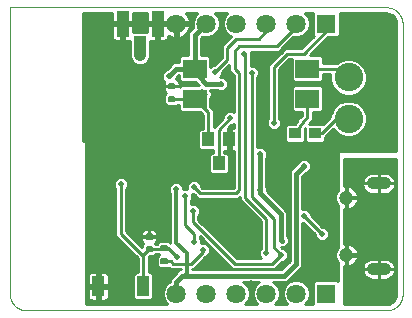
<source format=gbl>
G75*
%MOIN*%
%OFA0B0*%
%FSLAX25Y25*%
%IPPOS*%
%LPD*%
%AMOC8*
5,1,8,0,0,1.08239X$1,22.5*
%
%ADD10C,0.00100*%
%ADD11R,0.07874X0.06299*%
%ADD12R,0.04000X0.03800*%
%ADD13C,0.00591*%
%ADD14C,0.09500*%
%ADD15R,0.04000X0.04500*%
%ADD16C,0.00661*%
%ADD17R,0.04134X0.08661*%
%ADD18R,0.03937X0.04134*%
%ADD19C,0.04000*%
%ADD20C,0.04724*%
%ADD21R,0.03937X0.06693*%
%ADD22R,0.06425X0.06425*%
%ADD23C,0.06425*%
%ADD24C,0.01000*%
%ADD25C,0.02400*%
%ADD26C,0.02000*%
%ADD27C,0.01600*%
%ADD28C,0.01200*%
%ADD29C,0.04000*%
%ADD30C,0.03937*%
D10*
X0090095Y0095933D02*
X0210345Y0095933D01*
X0210490Y0095939D01*
X0210636Y0095948D01*
X0210781Y0095961D01*
X0210925Y0095978D01*
X0211069Y0096000D01*
X0211213Y0096024D01*
X0211356Y0096053D01*
X0211497Y0096086D01*
X0211638Y0096122D01*
X0211778Y0096163D01*
X0211917Y0096207D01*
X0212055Y0096255D01*
X0212191Y0096306D01*
X0212325Y0096361D01*
X0212459Y0096420D01*
X0212590Y0096483D01*
X0212720Y0096549D01*
X0212848Y0096618D01*
X0212974Y0096691D01*
X0213098Y0096767D01*
X0213220Y0096847D01*
X0213340Y0096930D01*
X0213457Y0097016D01*
X0213572Y0097105D01*
X0213685Y0097197D01*
X0213795Y0097293D01*
X0213902Y0097391D01*
X0214007Y0097492D01*
X0214109Y0097596D01*
X0214208Y0097703D01*
X0214304Y0097812D01*
X0214397Y0097924D01*
X0214487Y0098038D01*
X0214574Y0098155D01*
X0214658Y0098274D01*
X0214739Y0098395D01*
X0214816Y0098519D01*
X0214890Y0098644D01*
X0214960Y0098772D01*
X0215027Y0098901D01*
X0215090Y0099032D01*
X0215150Y0099165D01*
X0215207Y0099299D01*
X0215259Y0099435D01*
X0215308Y0099572D01*
X0215353Y0099710D01*
X0215394Y0099850D01*
X0215432Y0099991D01*
X0215466Y0100132D01*
X0215496Y0100275D01*
X0215522Y0100418D01*
X0215544Y0100562D01*
X0215562Y0100706D01*
X0215577Y0100851D01*
X0215587Y0100996D01*
X0215593Y0101142D01*
X0215596Y0101287D01*
X0215595Y0101433D01*
X0215595Y0191433D01*
X0215596Y0191434D02*
X0215592Y0191582D01*
X0215584Y0191729D01*
X0215573Y0191877D01*
X0215557Y0192024D01*
X0215538Y0192171D01*
X0215515Y0192318D01*
X0215488Y0192463D01*
X0215457Y0192608D01*
X0215422Y0192752D01*
X0215383Y0192895D01*
X0215341Y0193037D01*
X0215295Y0193177D01*
X0215245Y0193317D01*
X0215191Y0193455D01*
X0215134Y0193591D01*
X0215073Y0193726D01*
X0215008Y0193860D01*
X0214940Y0193991D01*
X0214869Y0194121D01*
X0214794Y0194249D01*
X0214715Y0194375D01*
X0214634Y0194498D01*
X0214549Y0194619D01*
X0214461Y0194739D01*
X0214370Y0194855D01*
X0214275Y0194969D01*
X0214178Y0195081D01*
X0214078Y0195190D01*
X0213975Y0195296D01*
X0213869Y0195400D01*
X0213760Y0195501D01*
X0213649Y0195598D01*
X0213535Y0195693D01*
X0213419Y0195785D01*
X0213300Y0195873D01*
X0213179Y0195959D01*
X0213056Y0196041D01*
X0212931Y0196120D01*
X0212803Y0196195D01*
X0212674Y0196267D01*
X0212542Y0196336D01*
X0212409Y0196401D01*
X0212275Y0196462D01*
X0212138Y0196520D01*
X0212000Y0196574D01*
X0211861Y0196625D01*
X0211721Y0196672D01*
X0211579Y0196715D01*
X0211436Y0196754D01*
X0211292Y0196790D01*
X0211148Y0196821D01*
X0211002Y0196849D01*
X0210856Y0196873D01*
X0210709Y0196893D01*
X0210562Y0196909D01*
X0210415Y0196921D01*
X0210267Y0196929D01*
X0210119Y0196933D01*
X0209970Y0196934D01*
X0209970Y0196933D02*
X0084720Y0196933D01*
X0084720Y0101183D01*
X0084724Y0101040D01*
X0084732Y0100896D01*
X0084743Y0100753D01*
X0084758Y0100609D01*
X0084777Y0100467D01*
X0084800Y0100325D01*
X0084827Y0100183D01*
X0084858Y0100043D01*
X0084892Y0099903D01*
X0084931Y0099764D01*
X0084973Y0099627D01*
X0085018Y0099490D01*
X0085068Y0099355D01*
X0085121Y0099222D01*
X0085177Y0099089D01*
X0085238Y0098959D01*
X0085301Y0098830D01*
X0085369Y0098702D01*
X0085439Y0098577D01*
X0085513Y0098453D01*
X0085590Y0098332D01*
X0085671Y0098213D01*
X0085755Y0098096D01*
X0085841Y0097981D01*
X0085931Y0097869D01*
X0086024Y0097759D01*
X0086120Y0097652D01*
X0086219Y0097547D01*
X0086321Y0097445D01*
X0086425Y0097346D01*
X0086532Y0097250D01*
X0086641Y0097156D01*
X0086753Y0097066D01*
X0086868Y0096979D01*
X0086984Y0096895D01*
X0087103Y0096814D01*
X0087224Y0096736D01*
X0087348Y0096662D01*
X0087473Y0096591D01*
X0087600Y0096523D01*
X0087729Y0096459D01*
X0087859Y0096398D01*
X0087991Y0096341D01*
X0088125Y0096288D01*
X0088260Y0096238D01*
X0088396Y0096192D01*
X0088533Y0096149D01*
X0088672Y0096110D01*
X0088812Y0096075D01*
X0088952Y0096044D01*
X0089093Y0096017D01*
X0089235Y0095993D01*
X0089378Y0095974D01*
X0089521Y0095958D01*
X0089664Y0095946D01*
X0089808Y0095938D01*
X0089952Y0095934D01*
X0090096Y0095933D01*
D11*
X0146316Y0166433D03*
X0146316Y0176433D03*
X0183875Y0176433D03*
X0183875Y0166433D03*
D12*
X0186442Y0154933D03*
X0179749Y0154933D03*
D13*
X0137709Y0165579D02*
X0137709Y0166957D01*
X0139481Y0166957D01*
X0139481Y0165579D01*
X0137709Y0165579D01*
X0137709Y0166169D02*
X0139481Y0166169D01*
X0139481Y0166759D02*
X0137709Y0166759D01*
X0137709Y0169909D02*
X0137709Y0171287D01*
X0139481Y0171287D01*
X0139481Y0169909D01*
X0137709Y0169909D01*
X0137709Y0170499D02*
X0139481Y0170499D01*
X0139481Y0171089D02*
X0137709Y0171089D01*
X0135209Y0117287D02*
X0135209Y0115909D01*
X0135209Y0117287D02*
X0136981Y0117287D01*
X0136981Y0115909D01*
X0135209Y0115909D01*
X0135209Y0116499D02*
X0136981Y0116499D01*
X0136981Y0117089D02*
X0135209Y0117089D01*
X0135209Y0112957D02*
X0135209Y0111579D01*
X0135209Y0112957D02*
X0136981Y0112957D01*
X0136981Y0111579D01*
X0135209Y0111579D01*
X0135209Y0112169D02*
X0136981Y0112169D01*
X0136981Y0112759D02*
X0135209Y0112759D01*
D14*
X0197595Y0159740D03*
X0197595Y0173520D03*
D15*
X0157845Y0152933D03*
X0150845Y0152933D03*
X0154345Y0144933D03*
D16*
X0131946Y0121270D02*
X0131946Y0119726D01*
X0130244Y0119726D01*
X0130244Y0121270D01*
X0131946Y0121270D01*
X0131946Y0120386D02*
X0130244Y0120386D01*
X0130244Y0121046D02*
X0131946Y0121046D01*
X0131946Y0117155D02*
X0131946Y0115611D01*
X0130244Y0115611D01*
X0130244Y0117155D01*
X0131946Y0117155D01*
X0131946Y0116271D02*
X0130244Y0116271D01*
X0130244Y0116931D02*
X0131946Y0116931D01*
D17*
X0133902Y0191433D03*
X0122288Y0191433D03*
D18*
X0128095Y0185429D03*
D19*
X0205595Y0138205D02*
X0209595Y0138205D01*
X0209595Y0109661D02*
X0205595Y0109661D01*
D20*
X0196847Y0114386D03*
X0196847Y0133480D03*
D21*
X0129075Y0103933D03*
X0114115Y0103933D03*
D22*
X0190095Y0101433D03*
X0190095Y0191433D03*
D23*
X0180095Y0191433D03*
X0170095Y0191433D03*
X0160095Y0191433D03*
X0150095Y0191433D03*
X0140095Y0191433D03*
X0140095Y0101433D03*
X0150095Y0101433D03*
X0160095Y0101433D03*
X0170095Y0101433D03*
X0180095Y0101433D03*
D24*
X0175854Y0099879D02*
X0174336Y0099879D01*
X0174608Y0100535D02*
X0173921Y0098877D01*
X0173027Y0097983D01*
X0177163Y0097983D01*
X0176270Y0098877D01*
X0175583Y0100535D01*
X0175583Y0102331D01*
X0176270Y0103989D01*
X0177539Y0105259D01*
X0179198Y0105946D01*
X0180993Y0105946D01*
X0182651Y0105259D01*
X0183921Y0103989D01*
X0184608Y0102331D01*
X0184608Y0100535D01*
X0183921Y0098877D01*
X0183027Y0097983D01*
X0185583Y0097983D01*
X0185583Y0105184D01*
X0186344Y0105946D01*
X0193846Y0105946D01*
X0194095Y0105697D01*
X0194095Y0111959D01*
X0193742Y0112311D01*
X0193185Y0113657D01*
X0193185Y0115114D01*
X0193742Y0116460D01*
X0194095Y0116813D01*
X0194095Y0131053D01*
X0193742Y0131406D01*
X0193185Y0132752D01*
X0193185Y0134209D01*
X0193742Y0135555D01*
X0194095Y0135907D01*
X0194095Y0148933D01*
X0213545Y0148933D01*
X0213545Y0191411D01*
X0213470Y0192095D01*
X0212931Y0193355D01*
X0211951Y0194313D01*
X0210679Y0194823D01*
X0209995Y0194883D01*
X0209981Y0194883D01*
X0209144Y0194874D01*
X0209134Y0194883D01*
X0194608Y0194883D01*
X0194608Y0187682D01*
X0193846Y0186920D01*
X0190628Y0186920D01*
X0184590Y0180883D01*
X0188350Y0180883D01*
X0189112Y0180121D01*
X0189112Y0178233D01*
X0193753Y0178233D01*
X0194168Y0178649D01*
X0196392Y0179570D01*
X0198799Y0179570D01*
X0201022Y0178649D01*
X0202724Y0176947D01*
X0203645Y0174723D01*
X0203645Y0172316D01*
X0202724Y0170093D01*
X0201022Y0168391D01*
X0198799Y0167470D01*
X0196392Y0167470D01*
X0194168Y0168391D01*
X0192466Y0170093D01*
X0191545Y0172316D01*
X0191545Y0174633D01*
X0189112Y0174633D01*
X0189112Y0172745D01*
X0188350Y0171983D01*
X0179399Y0171983D01*
X0178638Y0172745D01*
X0178638Y0179633D01*
X0177841Y0179633D01*
X0174395Y0176187D01*
X0174395Y0159886D01*
X0174895Y0159386D01*
X0174895Y0157480D01*
X0173548Y0156133D01*
X0171642Y0156133D01*
X0170295Y0157480D01*
X0170295Y0159386D01*
X0170795Y0159886D01*
X0170795Y0177679D01*
X0175295Y0182179D01*
X0176350Y0183233D01*
X0181850Y0183233D01*
X0185941Y0187324D01*
X0185583Y0187682D01*
X0185583Y0194883D01*
X0183027Y0194883D01*
X0183921Y0193989D01*
X0184608Y0192331D01*
X0184608Y0190535D01*
X0183921Y0188877D01*
X0182651Y0187607D01*
X0180993Y0186920D01*
X0179198Y0186920D01*
X0179148Y0186941D01*
X0175395Y0183187D01*
X0175395Y0183187D01*
X0174341Y0182133D01*
X0164895Y0182133D01*
X0164895Y0177483D01*
X0166298Y0177483D01*
X0167645Y0176136D01*
X0167645Y0174230D01*
X0167145Y0173730D01*
X0167145Y0150233D01*
X0169048Y0150233D01*
X0170395Y0148886D01*
X0170395Y0146980D01*
X0170195Y0146780D01*
X0170195Y0137086D01*
X0170395Y0136886D01*
X0170395Y0135603D01*
X0177195Y0128803D01*
X0177195Y0120586D01*
X0177645Y0120136D01*
X0177645Y0118230D01*
X0176298Y0116883D01*
X0175191Y0116883D01*
X0175341Y0116733D01*
X0176048Y0116733D01*
X0177395Y0115386D01*
X0177395Y0113480D01*
X0176048Y0112133D01*
X0175341Y0112133D01*
X0172841Y0109633D01*
X0158850Y0109633D01*
X0157795Y0110687D01*
X0147895Y0120587D01*
X0147895Y0120136D01*
X0148395Y0119636D01*
X0148395Y0118233D01*
X0150048Y0118233D01*
X0151395Y0116886D01*
X0151395Y0114980D01*
X0150048Y0113633D01*
X0149841Y0113633D01*
X0146895Y0110687D01*
X0146895Y0110687D01*
X0145841Y0109633D01*
X0145495Y0109633D01*
X0145495Y0109533D01*
X0175225Y0109533D01*
X0177995Y0112303D01*
X0177995Y0142303D01*
X0179225Y0143533D01*
X0179225Y0143533D01*
X0180295Y0144603D01*
X0180295Y0144886D01*
X0181642Y0146233D01*
X0183548Y0146233D01*
X0184895Y0144886D01*
X0184895Y0142980D01*
X0183548Y0141633D01*
X0183265Y0141633D01*
X0182195Y0140563D01*
X0182195Y0129733D01*
X0183548Y0129733D01*
X0184895Y0128386D01*
X0184895Y0127679D01*
X0188841Y0123733D01*
X0189548Y0123733D01*
X0190895Y0122386D01*
X0190895Y0120480D01*
X0189548Y0119133D01*
X0187642Y0119133D01*
X0186295Y0120480D01*
X0186295Y0121187D01*
X0182350Y0125133D01*
X0182195Y0125133D01*
X0182195Y0110563D01*
X0180965Y0109333D01*
X0176965Y0105333D01*
X0172472Y0105333D01*
X0172651Y0105259D01*
X0173921Y0103989D01*
X0174608Y0102331D01*
X0174608Y0100535D01*
X0174608Y0100878D02*
X0175583Y0100878D01*
X0175583Y0101877D02*
X0174608Y0101877D01*
X0174382Y0102875D02*
X0175808Y0102875D01*
X0176222Y0103874D02*
X0173969Y0103874D01*
X0173038Y0104872D02*
X0177152Y0104872D01*
X0177502Y0105871D02*
X0179016Y0105871D01*
X0178501Y0106869D02*
X0194095Y0106869D01*
X0194095Y0105871D02*
X0193921Y0105871D01*
X0194095Y0107868D02*
X0179499Y0107868D01*
X0180498Y0108866D02*
X0194095Y0108866D01*
X0194095Y0109865D02*
X0181497Y0109865D01*
X0182195Y0110863D02*
X0194095Y0110863D01*
X0194095Y0111862D02*
X0182195Y0111862D01*
X0182195Y0112860D02*
X0193515Y0112860D01*
X0193185Y0113859D02*
X0182195Y0113859D01*
X0182195Y0114857D02*
X0193185Y0114857D01*
X0193492Y0115856D02*
X0182195Y0115856D01*
X0182195Y0116854D02*
X0194095Y0116854D01*
X0194095Y0117853D02*
X0182195Y0117853D01*
X0182195Y0118851D02*
X0194095Y0118851D01*
X0194095Y0119850D02*
X0190264Y0119850D01*
X0190895Y0120848D02*
X0194095Y0120848D01*
X0194095Y0121847D02*
X0190895Y0121847D01*
X0190436Y0122845D02*
X0194095Y0122845D01*
X0194095Y0123844D02*
X0188730Y0123844D01*
X0187732Y0124842D02*
X0194095Y0124842D01*
X0194095Y0125841D02*
X0186733Y0125841D01*
X0185734Y0126839D02*
X0194095Y0126839D01*
X0194095Y0127838D02*
X0184895Y0127838D01*
X0184445Y0128836D02*
X0194095Y0128836D01*
X0194095Y0129835D02*
X0182195Y0129835D01*
X0182195Y0130833D02*
X0194095Y0130833D01*
X0193566Y0131832D02*
X0182195Y0131832D01*
X0182195Y0132830D02*
X0193185Y0132830D01*
X0193185Y0133829D02*
X0182195Y0133829D01*
X0182195Y0134827D02*
X0193441Y0134827D01*
X0194014Y0135826D02*
X0182195Y0135826D01*
X0182195Y0136824D02*
X0194095Y0136824D01*
X0194095Y0137823D02*
X0182195Y0137823D01*
X0182195Y0138821D02*
X0194095Y0138821D01*
X0194095Y0139820D02*
X0182195Y0139820D01*
X0182450Y0140818D02*
X0194095Y0140818D01*
X0194095Y0141817D02*
X0183732Y0141817D01*
X0184730Y0142815D02*
X0194095Y0142815D01*
X0194095Y0143814D02*
X0184895Y0143814D01*
X0184895Y0144812D02*
X0194095Y0144812D01*
X0194095Y0145811D02*
X0183970Y0145811D01*
X0181220Y0145811D02*
X0170195Y0145811D01*
X0170195Y0144812D02*
X0180295Y0144812D01*
X0179506Y0143814D02*
X0170195Y0143814D01*
X0170195Y0142815D02*
X0178508Y0142815D01*
X0177995Y0141817D02*
X0170195Y0141817D01*
X0170195Y0140818D02*
X0177995Y0140818D01*
X0177995Y0139820D02*
X0170195Y0139820D01*
X0170195Y0138821D02*
X0177995Y0138821D01*
X0177995Y0137823D02*
X0170195Y0137823D01*
X0170395Y0136824D02*
X0177995Y0136824D01*
X0177995Y0135826D02*
X0170395Y0135826D01*
X0171171Y0134827D02*
X0177995Y0134827D01*
X0177995Y0133829D02*
X0172169Y0133829D01*
X0173168Y0132830D02*
X0177995Y0132830D01*
X0177995Y0131832D02*
X0174166Y0131832D01*
X0175165Y0130833D02*
X0177995Y0130833D01*
X0177995Y0129835D02*
X0176163Y0129835D01*
X0177162Y0128836D02*
X0177995Y0128836D01*
X0177995Y0127838D02*
X0177195Y0127838D01*
X0177195Y0126839D02*
X0177995Y0126839D01*
X0177995Y0125841D02*
X0177195Y0125841D01*
X0177195Y0124842D02*
X0177995Y0124842D01*
X0177995Y0123844D02*
X0177195Y0123844D01*
X0177195Y0122845D02*
X0177995Y0122845D01*
X0177995Y0121847D02*
X0177195Y0121847D01*
X0177195Y0120848D02*
X0177995Y0120848D01*
X0177995Y0119850D02*
X0177645Y0119850D01*
X0177645Y0118851D02*
X0177995Y0118851D01*
X0177995Y0117853D02*
X0177267Y0117853D01*
X0177995Y0116854D02*
X0175220Y0116854D01*
X0176925Y0115856D02*
X0177995Y0115856D01*
X0177995Y0114857D02*
X0177395Y0114857D01*
X0177395Y0113859D02*
X0177995Y0113859D01*
X0177995Y0112860D02*
X0176775Y0112860D01*
X0177554Y0111862D02*
X0175069Y0111862D01*
X0174071Y0110863D02*
X0176555Y0110863D01*
X0175557Y0109865D02*
X0173072Y0109865D01*
X0172095Y0111433D02*
X0175095Y0114433D01*
X0172595Y0116933D01*
X0172595Y0126433D01*
X0165345Y0133683D01*
X0165345Y0175183D01*
X0167016Y0176765D02*
X0170795Y0176765D01*
X0170795Y0175766D02*
X0167645Y0175766D01*
X0167645Y0174768D02*
X0170795Y0174768D01*
X0170795Y0173769D02*
X0167184Y0173769D01*
X0167145Y0172771D02*
X0170795Y0172771D01*
X0170795Y0171772D02*
X0167145Y0171772D01*
X0167145Y0170774D02*
X0170795Y0170774D01*
X0170795Y0169775D02*
X0167145Y0169775D01*
X0167145Y0168777D02*
X0170795Y0168777D01*
X0170795Y0167778D02*
X0167145Y0167778D01*
X0167145Y0166780D02*
X0170795Y0166780D01*
X0170795Y0165781D02*
X0167145Y0165781D01*
X0167145Y0164783D02*
X0170795Y0164783D01*
X0170795Y0163784D02*
X0167145Y0163784D01*
X0167145Y0162786D02*
X0170795Y0162786D01*
X0170795Y0161787D02*
X0167145Y0161787D01*
X0167145Y0160789D02*
X0170795Y0160789D01*
X0170700Y0159790D02*
X0167145Y0159790D01*
X0167145Y0158792D02*
X0170295Y0158792D01*
X0170295Y0157793D02*
X0167145Y0157793D01*
X0167145Y0156795D02*
X0170981Y0156795D01*
X0172595Y0158433D02*
X0172595Y0176933D01*
X0177095Y0181433D01*
X0182595Y0181433D01*
X0190095Y0188933D01*
X0190095Y0191433D01*
X0185583Y0191743D02*
X0184608Y0191743D01*
X0184608Y0190744D02*
X0185583Y0190744D01*
X0185583Y0189745D02*
X0184281Y0189745D01*
X0183791Y0188747D02*
X0185583Y0188747D01*
X0185583Y0187748D02*
X0182792Y0187748D01*
X0184368Y0185751D02*
X0177959Y0185751D01*
X0176961Y0184753D02*
X0183369Y0184753D01*
X0182371Y0183754D02*
X0175962Y0183754D01*
X0175872Y0182756D02*
X0174964Y0182756D01*
X0174874Y0181757D02*
X0164895Y0181757D01*
X0164895Y0180759D02*
X0173875Y0180759D01*
X0172877Y0179760D02*
X0164895Y0179760D01*
X0164895Y0178762D02*
X0171878Y0178762D01*
X0170880Y0177763D02*
X0164895Y0177763D01*
X0161095Y0174933D02*
X0161095Y0135933D01*
X0160095Y0134933D01*
X0148095Y0134933D01*
X0146095Y0136933D01*
X0143795Y0136824D02*
X0142395Y0136824D01*
X0142395Y0137386D02*
X0141048Y0138733D01*
X0139142Y0138733D01*
X0137795Y0137386D01*
X0137795Y0135480D01*
X0138195Y0135080D01*
X0138195Y0118379D01*
X0138175Y0118398D01*
X0138126Y0118398D01*
X0137642Y0118883D01*
X0134549Y0118883D01*
X0133849Y0118183D01*
X0133223Y0118183D01*
X0133107Y0118299D01*
X0133410Y0118603D01*
X0133651Y0119020D01*
X0133776Y0119486D01*
X0133776Y0120447D01*
X0131146Y0120447D01*
X0131146Y0120550D01*
X0131044Y0120550D01*
X0131044Y0123101D01*
X0130004Y0123101D01*
X0129538Y0122976D01*
X0129121Y0122735D01*
X0128780Y0122394D01*
X0128539Y0121977D01*
X0128414Y0121511D01*
X0128414Y0120550D01*
X0131044Y0120550D01*
X0131044Y0120447D01*
X0128414Y0120447D01*
X0128414Y0119486D01*
X0128539Y0119020D01*
X0128780Y0118603D01*
X0129083Y0118299D01*
X0128614Y0117830D01*
X0128614Y0117010D01*
X0123395Y0122229D01*
X0123395Y0136480D01*
X0123895Y0136980D01*
X0123895Y0138886D01*
X0122548Y0140233D01*
X0120642Y0140233D01*
X0119295Y0138886D01*
X0119295Y0136980D01*
X0119795Y0136480D01*
X0119795Y0120737D01*
X0127345Y0113187D01*
X0127345Y0108580D01*
X0126568Y0108580D01*
X0125807Y0107818D01*
X0125807Y0100048D01*
X0126568Y0099287D01*
X0131582Y0099287D01*
X0132344Y0100048D01*
X0132344Y0107818D01*
X0131582Y0108580D01*
X0130945Y0108580D01*
X0130945Y0113687D01*
X0131238Y0113981D01*
X0132621Y0113981D01*
X0133223Y0114583D01*
X0134280Y0114583D01*
X0134430Y0114433D01*
X0133614Y0113617D01*
X0133614Y0110918D01*
X0134549Y0109983D01*
X0137642Y0109983D01*
X0137820Y0110162D01*
X0138350Y0109633D01*
X0141695Y0109633D01*
X0141695Y0109533D01*
X0141225Y0109533D01*
X0139995Y0108303D01*
X0137995Y0106303D01*
X0137995Y0105448D01*
X0137539Y0105259D01*
X0136270Y0103989D01*
X0135583Y0102331D01*
X0135583Y0100535D01*
X0136270Y0098877D01*
X0137163Y0097983D01*
X0110095Y0097983D01*
X0110095Y0152433D01*
X0109095Y0152433D01*
X0109095Y0194883D01*
X0118721Y0194883D01*
X0118721Y0191933D01*
X0121788Y0191933D01*
X0121788Y0190933D01*
X0122788Y0190933D01*
X0122788Y0185602D01*
X0124552Y0185602D01*
X0124827Y0185676D01*
X0124827Y0181666D01*
X0124795Y0181589D01*
X0124795Y0180277D01*
X0125298Y0179064D01*
X0126226Y0178135D01*
X0127439Y0177633D01*
X0128752Y0177633D01*
X0129964Y0178135D01*
X0130893Y0179064D01*
X0131395Y0180277D01*
X0131395Y0181589D01*
X0131364Y0181666D01*
X0131364Y0185676D01*
X0131638Y0185602D01*
X0133402Y0185602D01*
X0133402Y0190933D01*
X0130335Y0190933D01*
X0130335Y0188796D01*
X0125855Y0188796D01*
X0125855Y0190933D01*
X0122788Y0190933D01*
X0122788Y0191933D01*
X0125855Y0191933D01*
X0125855Y0194883D01*
X0130335Y0194883D01*
X0130335Y0191933D01*
X0133402Y0191933D01*
X0133402Y0190933D01*
X0134402Y0190933D01*
X0134402Y0185602D01*
X0136167Y0185602D01*
X0136548Y0185705D01*
X0136890Y0185902D01*
X0137169Y0186181D01*
X0137367Y0186523D01*
X0137469Y0186905D01*
X0137469Y0187516D01*
X0137625Y0187402D01*
X0138286Y0187066D01*
X0138992Y0186837D01*
X0139595Y0186741D01*
X0139595Y0190933D01*
X0137469Y0190933D01*
X0137469Y0190933D01*
X0134402Y0190933D01*
X0134402Y0191933D01*
X0137469Y0191933D01*
X0139595Y0191933D01*
X0139595Y0190933D01*
X0140595Y0190933D01*
X0140595Y0186741D01*
X0141199Y0186837D01*
X0141904Y0187066D01*
X0142565Y0187402D01*
X0143165Y0187838D01*
X0143690Y0188363D01*
X0144126Y0188963D01*
X0144462Y0189624D01*
X0144692Y0190330D01*
X0144787Y0190933D01*
X0140595Y0190933D01*
X0140595Y0191933D01*
X0144787Y0191933D01*
X0144692Y0192537D01*
X0144462Y0193242D01*
X0144126Y0193903D01*
X0143690Y0194503D01*
X0143310Y0194883D01*
X0147163Y0194883D01*
X0146270Y0193989D01*
X0145583Y0192331D01*
X0145583Y0190535D01*
X0145772Y0190079D01*
X0144216Y0188523D01*
X0144216Y0180883D01*
X0141840Y0180883D01*
X0141079Y0180121D01*
X0141079Y0178533D01*
X0139225Y0178533D01*
X0137995Y0177303D01*
X0136925Y0176233D01*
X0136642Y0176233D01*
X0135295Y0174886D01*
X0135295Y0172980D01*
X0136131Y0172144D01*
X0136036Y0171980D01*
X0135914Y0171524D01*
X0135914Y0170598D01*
X0135914Y0169673D01*
X0136036Y0169216D01*
X0136273Y0168807D01*
X0136607Y0168473D01*
X0136837Y0168340D01*
X0136114Y0167617D01*
X0136114Y0164918D01*
X0137049Y0163983D01*
X0140142Y0163983D01*
X0140626Y0164468D01*
X0141079Y0164468D01*
X0141079Y0162745D01*
X0141840Y0161983D01*
X0148220Y0161983D01*
X0149045Y0161158D01*
X0149045Y0156483D01*
X0148307Y0156483D01*
X0147545Y0155722D01*
X0147545Y0150145D01*
X0148307Y0149383D01*
X0152545Y0149383D01*
X0152545Y0148483D01*
X0151807Y0148483D01*
X0151045Y0147722D01*
X0151045Y0142145D01*
X0151807Y0141383D01*
X0156884Y0141383D01*
X0157645Y0142145D01*
X0157645Y0147722D01*
X0156884Y0148483D01*
X0156145Y0148483D01*
X0156145Y0149183D01*
X0157345Y0149183D01*
X0157345Y0152433D01*
X0158345Y0152433D01*
X0158345Y0149183D01*
X0159295Y0149183D01*
X0159295Y0136733D01*
X0148841Y0136733D01*
X0148395Y0137179D01*
X0148395Y0137886D01*
X0147048Y0139233D01*
X0145142Y0139233D01*
X0143795Y0137886D01*
X0143795Y0136233D01*
X0142395Y0136233D01*
X0142395Y0137386D01*
X0141958Y0137823D02*
X0143795Y0137823D01*
X0144731Y0138821D02*
X0123895Y0138821D01*
X0123895Y0137823D02*
X0138232Y0137823D01*
X0137795Y0136824D02*
X0123739Y0136824D01*
X0123395Y0135826D02*
X0137795Y0135826D01*
X0138195Y0134827D02*
X0123395Y0134827D01*
X0123395Y0133829D02*
X0138195Y0133829D01*
X0138195Y0132830D02*
X0123395Y0132830D01*
X0123395Y0131832D02*
X0138195Y0131832D01*
X0138195Y0130833D02*
X0123395Y0130833D01*
X0123395Y0129835D02*
X0138195Y0129835D01*
X0138195Y0128836D02*
X0123395Y0128836D01*
X0123395Y0127838D02*
X0138195Y0127838D01*
X0138195Y0126839D02*
X0123395Y0126839D01*
X0123395Y0125841D02*
X0138195Y0125841D01*
X0138195Y0124842D02*
X0123395Y0124842D01*
X0123395Y0123844D02*
X0138195Y0123844D01*
X0138195Y0122845D02*
X0132879Y0122845D01*
X0133070Y0122735D02*
X0132652Y0122976D01*
X0132187Y0123101D01*
X0131146Y0123101D01*
X0131146Y0120550D01*
X0133776Y0120550D01*
X0133776Y0121511D01*
X0133651Y0121977D01*
X0133410Y0122394D01*
X0133070Y0122735D01*
X0133686Y0121847D02*
X0138195Y0121847D01*
X0138195Y0120848D02*
X0133776Y0120848D01*
X0133776Y0119850D02*
X0138195Y0119850D01*
X0138195Y0118851D02*
X0137673Y0118851D01*
X0137430Y0116598D02*
X0136095Y0116598D01*
X0135880Y0116383D01*
X0131095Y0116383D01*
X0129145Y0114433D01*
X0129145Y0113933D01*
X0121595Y0121483D01*
X0121595Y0137933D01*
X0119295Y0137823D02*
X0110095Y0137823D01*
X0110095Y0138821D02*
X0119295Y0138821D01*
X0120229Y0139820D02*
X0110095Y0139820D01*
X0110095Y0140818D02*
X0159295Y0140818D01*
X0159295Y0139820D02*
X0122961Y0139820D01*
X0119451Y0136824D02*
X0110095Y0136824D01*
X0110095Y0135826D02*
X0119795Y0135826D01*
X0119795Y0134827D02*
X0110095Y0134827D01*
X0110095Y0133829D02*
X0119795Y0133829D01*
X0119795Y0132830D02*
X0110095Y0132830D01*
X0110095Y0131832D02*
X0119795Y0131832D01*
X0119795Y0130833D02*
X0110095Y0130833D01*
X0110095Y0129835D02*
X0119795Y0129835D01*
X0119795Y0128836D02*
X0110095Y0128836D01*
X0110095Y0127838D02*
X0119795Y0127838D01*
X0119795Y0126839D02*
X0110095Y0126839D01*
X0110095Y0125841D02*
X0119795Y0125841D01*
X0119795Y0124842D02*
X0110095Y0124842D01*
X0110095Y0123844D02*
X0119795Y0123844D01*
X0119795Y0122845D02*
X0110095Y0122845D01*
X0110095Y0121847D02*
X0119795Y0121847D01*
X0119795Y0120848D02*
X0110095Y0120848D01*
X0110095Y0119850D02*
X0120683Y0119850D01*
X0121681Y0118851D02*
X0110095Y0118851D01*
X0110095Y0117853D02*
X0122680Y0117853D01*
X0123678Y0116854D02*
X0110095Y0116854D01*
X0110095Y0115856D02*
X0124677Y0115856D01*
X0125675Y0114857D02*
X0110095Y0114857D01*
X0110095Y0113859D02*
X0126674Y0113859D01*
X0127345Y0112860D02*
X0110095Y0112860D01*
X0110095Y0111862D02*
X0127345Y0111862D01*
X0127345Y0110863D02*
X0110095Y0110863D01*
X0110095Y0109865D02*
X0127345Y0109865D01*
X0127345Y0108866D02*
X0110095Y0108866D01*
X0110095Y0107868D02*
X0110754Y0107868D01*
X0110749Y0107859D02*
X0110646Y0107477D01*
X0110646Y0104417D01*
X0113630Y0104417D01*
X0113630Y0103449D01*
X0110646Y0103449D01*
X0110646Y0100389D01*
X0110749Y0100008D01*
X0110946Y0099666D01*
X0111225Y0099386D01*
X0111567Y0099189D01*
X0111949Y0099087D01*
X0113631Y0099087D01*
X0113631Y0103449D01*
X0114599Y0103449D01*
X0114599Y0104417D01*
X0117583Y0104417D01*
X0117583Y0107477D01*
X0117481Y0107859D01*
X0117284Y0108201D01*
X0117004Y0108480D01*
X0116662Y0108677D01*
X0116281Y0108780D01*
X0114599Y0108780D01*
X0114599Y0104417D01*
X0113631Y0104417D01*
X0113631Y0108780D01*
X0111949Y0108780D01*
X0111567Y0108677D01*
X0111225Y0108480D01*
X0110946Y0108201D01*
X0110749Y0107859D01*
X0110646Y0106869D02*
X0110095Y0106869D01*
X0110095Y0105871D02*
X0110646Y0105871D01*
X0110646Y0104872D02*
X0110095Y0104872D01*
X0110095Y0103874D02*
X0113630Y0103874D01*
X0114599Y0103874D02*
X0125807Y0103874D01*
X0125807Y0104872D02*
X0117583Y0104872D01*
X0117583Y0105871D02*
X0125807Y0105871D01*
X0125807Y0106869D02*
X0117583Y0106869D01*
X0117476Y0107868D02*
X0125857Y0107868D01*
X0130945Y0108866D02*
X0140558Y0108866D01*
X0139560Y0107868D02*
X0132294Y0107868D01*
X0132344Y0106869D02*
X0138561Y0106869D01*
X0137995Y0105871D02*
X0132344Y0105871D01*
X0132344Y0104872D02*
X0137152Y0104872D01*
X0136222Y0103874D02*
X0132344Y0103874D01*
X0132344Y0102875D02*
X0135808Y0102875D01*
X0135583Y0101877D02*
X0132344Y0101877D01*
X0132344Y0100878D02*
X0135583Y0100878D01*
X0135854Y0099879D02*
X0132175Y0099879D01*
X0129145Y0104503D02*
X0129145Y0113933D01*
X0131116Y0113859D02*
X0133855Y0113859D01*
X0133614Y0112860D02*
X0130945Y0112860D01*
X0130945Y0111862D02*
X0133614Y0111862D01*
X0133669Y0110863D02*
X0130945Y0110863D01*
X0130945Y0109865D02*
X0138118Y0109865D01*
X0139095Y0111433D02*
X0143595Y0111433D01*
X0145095Y0111433D01*
X0149095Y0115433D01*
X0149095Y0115933D01*
X0151395Y0115856D02*
X0152627Y0115856D01*
X0151628Y0116854D02*
X0151395Y0116854D01*
X0150630Y0117853D02*
X0150428Y0117853D01*
X0149631Y0118851D02*
X0148395Y0118851D01*
X0148181Y0119850D02*
X0148633Y0119850D01*
X0146095Y0118683D02*
X0146095Y0121433D01*
X0143095Y0124433D01*
X0143095Y0133933D01*
X0145395Y0133829D02*
X0146654Y0133829D01*
X0146295Y0134187D02*
X0147350Y0133133D01*
X0160841Y0133133D01*
X0161295Y0133588D01*
X0161295Y0132687D01*
X0168295Y0125687D01*
X0168295Y0116386D01*
X0167795Y0115886D01*
X0167795Y0113980D01*
X0168542Y0113233D01*
X0160341Y0113233D01*
X0147395Y0126179D01*
X0147395Y0127480D01*
X0147895Y0127980D01*
X0147895Y0129886D01*
X0146548Y0131233D01*
X0144895Y0131233D01*
X0144895Y0132480D01*
X0145395Y0132980D01*
X0145395Y0134633D01*
X0145850Y0134633D01*
X0146295Y0134187D01*
X0146295Y0134187D01*
X0145245Y0132830D02*
X0161295Y0132830D01*
X0162151Y0131832D02*
X0144895Y0131832D01*
X0146948Y0130833D02*
X0163149Y0130833D01*
X0164148Y0129835D02*
X0147895Y0129835D01*
X0147895Y0128836D02*
X0165146Y0128836D01*
X0166145Y0127838D02*
X0147753Y0127838D01*
X0147395Y0126839D02*
X0167143Y0126839D01*
X0168142Y0125841D02*
X0147733Y0125841D01*
X0148732Y0124842D02*
X0168295Y0124842D01*
X0168295Y0123844D02*
X0149730Y0123844D01*
X0150729Y0122845D02*
X0168295Y0122845D01*
X0168295Y0121847D02*
X0151727Y0121847D01*
X0152726Y0120848D02*
X0168295Y0120848D01*
X0168295Y0119850D02*
X0153724Y0119850D01*
X0154723Y0118851D02*
X0168295Y0118851D01*
X0168295Y0117853D02*
X0155721Y0117853D01*
X0156720Y0116854D02*
X0168295Y0116854D01*
X0167795Y0115856D02*
X0157718Y0115856D01*
X0158717Y0114857D02*
X0167795Y0114857D01*
X0167917Y0113859D02*
X0159715Y0113859D01*
X0159595Y0111433D02*
X0172095Y0111433D01*
X0170095Y0114933D02*
X0170095Y0126433D01*
X0163095Y0133433D01*
X0163095Y0180933D01*
X0162595Y0181433D01*
X0161095Y0183933D02*
X0159595Y0182433D01*
X0159595Y0176433D01*
X0161095Y0174933D01*
X0159295Y0174187D02*
X0159295Y0161986D01*
X0159048Y0162233D01*
X0157142Y0162233D01*
X0155795Y0160886D01*
X0155795Y0160179D01*
X0152645Y0157029D01*
X0152645Y0161158D01*
X0152645Y0162649D01*
X0151553Y0163742D01*
X0151553Y0166845D01*
X0151895Y0167187D01*
X0151895Y0168679D01*
X0151553Y0169021D01*
X0151553Y0169333D01*
X0153942Y0169333D01*
X0154142Y0169133D01*
X0156048Y0169133D01*
X0157395Y0170480D01*
X0157395Y0172386D01*
X0156048Y0173733D01*
X0154648Y0173733D01*
X0155395Y0174480D01*
X0155395Y0175187D01*
X0157795Y0177587D01*
X0157795Y0175687D01*
X0159295Y0174187D01*
X0159295Y0173769D02*
X0154684Y0173769D01*
X0155395Y0174768D02*
X0158715Y0174768D01*
X0157795Y0175766D02*
X0155974Y0175766D01*
X0156972Y0176765D02*
X0157795Y0176765D01*
X0157095Y0179433D02*
X0157095Y0183433D01*
X0160095Y0186433D01*
X0167595Y0186433D01*
X0170095Y0188933D01*
X0170095Y0191433D01*
X0173595Y0183933D02*
X0161095Y0183933D01*
X0157866Y0186750D02*
X0148416Y0186750D01*
X0148416Y0186784D02*
X0148741Y0187109D01*
X0149198Y0186920D01*
X0150993Y0186920D01*
X0152651Y0187607D01*
X0153921Y0188877D01*
X0154608Y0190535D01*
X0154608Y0192331D01*
X0153921Y0193989D01*
X0153027Y0194883D01*
X0157163Y0194883D01*
X0156270Y0193989D01*
X0155583Y0192331D01*
X0155583Y0190535D01*
X0156270Y0188877D01*
X0157539Y0187607D01*
X0158377Y0187260D01*
X0158295Y0187179D01*
X0156350Y0185233D01*
X0155295Y0184179D01*
X0155295Y0180179D01*
X0152850Y0177733D01*
X0152142Y0177733D01*
X0151553Y0177143D01*
X0151553Y0180121D01*
X0150791Y0180883D01*
X0148416Y0180883D01*
X0148416Y0186784D01*
X0148416Y0185751D02*
X0156868Y0185751D01*
X0155869Y0184753D02*
X0148416Y0184753D01*
X0148416Y0183754D02*
X0155295Y0183754D01*
X0155295Y0182756D02*
X0148416Y0182756D01*
X0148416Y0181757D02*
X0155295Y0181757D01*
X0155295Y0180759D02*
X0150915Y0180759D01*
X0151553Y0179760D02*
X0154877Y0179760D01*
X0153878Y0178762D02*
X0151553Y0178762D01*
X0151553Y0177763D02*
X0152880Y0177763D01*
X0153095Y0175433D02*
X0157095Y0179433D01*
X0157010Y0172771D02*
X0159295Y0172771D01*
X0159295Y0171772D02*
X0157395Y0171772D01*
X0157395Y0170774D02*
X0159295Y0170774D01*
X0159295Y0169775D02*
X0156690Y0169775D01*
X0159295Y0168777D02*
X0151797Y0168777D01*
X0151895Y0167778D02*
X0159295Y0167778D01*
X0159295Y0166780D02*
X0151553Y0166780D01*
X0151553Y0165781D02*
X0159295Y0165781D01*
X0159295Y0164783D02*
X0151553Y0164783D01*
X0151553Y0163784D02*
X0159295Y0163784D01*
X0159295Y0162786D02*
X0152509Y0162786D01*
X0152645Y0161787D02*
X0156697Y0161787D01*
X0155795Y0160789D02*
X0152645Y0160789D01*
X0152645Y0159790D02*
X0155407Y0159790D01*
X0154408Y0158792D02*
X0152645Y0158792D01*
X0152645Y0157793D02*
X0153410Y0157793D01*
X0154345Y0156183D02*
X0158095Y0159933D01*
X0158341Y0157633D02*
X0159048Y0157633D01*
X0159295Y0157880D01*
X0159295Y0156683D01*
X0158345Y0156683D01*
X0158345Y0153433D01*
X0157345Y0153433D01*
X0157345Y0156638D01*
X0158341Y0157633D01*
X0159208Y0157793D02*
X0159295Y0157793D01*
X0159295Y0156795D02*
X0157502Y0156795D01*
X0157345Y0155796D02*
X0158345Y0155796D01*
X0158345Y0154798D02*
X0157345Y0154798D01*
X0157345Y0153799D02*
X0158345Y0153799D01*
X0158345Y0151802D02*
X0157345Y0151802D01*
X0157345Y0150804D02*
X0158345Y0150804D01*
X0158345Y0149805D02*
X0157345Y0149805D01*
X0156145Y0148807D02*
X0159295Y0148807D01*
X0159295Y0147808D02*
X0157559Y0147808D01*
X0157645Y0146810D02*
X0159295Y0146810D01*
X0159295Y0145811D02*
X0157645Y0145811D01*
X0157645Y0144812D02*
X0159295Y0144812D01*
X0159295Y0143814D02*
X0157645Y0143814D01*
X0157645Y0142815D02*
X0159295Y0142815D01*
X0159295Y0141817D02*
X0157317Y0141817D01*
X0159295Y0138821D02*
X0147459Y0138821D01*
X0148395Y0137823D02*
X0159295Y0137823D01*
X0159295Y0136824D02*
X0148749Y0136824D01*
X0151373Y0141817D02*
X0110095Y0141817D01*
X0110095Y0142815D02*
X0151045Y0142815D01*
X0151045Y0143814D02*
X0110095Y0143814D01*
X0110095Y0144812D02*
X0151045Y0144812D01*
X0151045Y0145811D02*
X0110095Y0145811D01*
X0110095Y0146810D02*
X0151045Y0146810D01*
X0151132Y0147808D02*
X0110095Y0147808D01*
X0110095Y0148807D02*
X0152545Y0148807D01*
X0147885Y0149805D02*
X0110095Y0149805D01*
X0110095Y0150804D02*
X0147545Y0150804D01*
X0147545Y0151802D02*
X0110095Y0151802D01*
X0109095Y0152801D02*
X0147545Y0152801D01*
X0147545Y0153799D02*
X0109095Y0153799D01*
X0109095Y0154798D02*
X0147545Y0154798D01*
X0147620Y0155796D02*
X0109095Y0155796D01*
X0109095Y0156795D02*
X0149045Y0156795D01*
X0149045Y0157793D02*
X0109095Y0157793D01*
X0109095Y0158792D02*
X0149045Y0158792D01*
X0149045Y0159790D02*
X0109095Y0159790D01*
X0109095Y0160789D02*
X0149045Y0160789D01*
X0148416Y0161787D02*
X0109095Y0161787D01*
X0109095Y0162786D02*
X0141079Y0162786D01*
X0141079Y0163784D02*
X0109095Y0163784D01*
X0109095Y0164783D02*
X0136249Y0164783D01*
X0136114Y0165781D02*
X0109095Y0165781D01*
X0109095Y0166780D02*
X0136114Y0166780D01*
X0136275Y0167778D02*
X0109095Y0167778D01*
X0109095Y0168777D02*
X0136303Y0168777D01*
X0135914Y0169775D02*
X0109095Y0169775D01*
X0109095Y0170774D02*
X0135914Y0170774D01*
X0135914Y0170598D02*
X0138595Y0170598D01*
X0135914Y0170598D01*
X0135981Y0171772D02*
X0109095Y0171772D01*
X0109095Y0172771D02*
X0135505Y0172771D01*
X0135295Y0173769D02*
X0109095Y0173769D01*
X0109095Y0174768D02*
X0135295Y0174768D01*
X0136176Y0175766D02*
X0109095Y0175766D01*
X0109095Y0176765D02*
X0137457Y0176765D01*
X0138456Y0177763D02*
X0129066Y0177763D01*
X0130591Y0178762D02*
X0141079Y0178762D01*
X0141079Y0179760D02*
X0131181Y0179760D01*
X0131395Y0180759D02*
X0141716Y0180759D01*
X0144216Y0181757D02*
X0131364Y0181757D01*
X0131364Y0182756D02*
X0144216Y0182756D01*
X0144216Y0183754D02*
X0131364Y0183754D01*
X0131364Y0184753D02*
X0144216Y0184753D01*
X0144216Y0185751D02*
X0136629Y0185751D01*
X0137428Y0186750D02*
X0139538Y0186750D01*
X0139595Y0186750D02*
X0140595Y0186750D01*
X0140652Y0186750D02*
X0144216Y0186750D01*
X0144216Y0187748D02*
X0143041Y0187748D01*
X0143969Y0188747D02*
X0144439Y0188747D01*
X0144502Y0189745D02*
X0145438Y0189745D01*
X0145583Y0190744D02*
X0144757Y0190744D01*
X0145583Y0191743D02*
X0140595Y0191743D01*
X0140595Y0190744D02*
X0139595Y0190744D01*
X0139595Y0189745D02*
X0140595Y0189745D01*
X0140595Y0188747D02*
X0139595Y0188747D01*
X0139595Y0187748D02*
X0140595Y0187748D01*
X0139595Y0191743D02*
X0134402Y0191743D01*
X0134402Y0190744D02*
X0133402Y0190744D01*
X0133402Y0189745D02*
X0134402Y0189745D01*
X0134402Y0188747D02*
X0133402Y0188747D01*
X0133402Y0187748D02*
X0134402Y0187748D01*
X0134402Y0186750D02*
X0133402Y0186750D01*
X0133402Y0185751D02*
X0134402Y0185751D01*
X0130335Y0189745D02*
X0125855Y0189745D01*
X0125855Y0190744D02*
X0130335Y0190744D01*
X0130335Y0192741D02*
X0125855Y0192741D01*
X0125855Y0193740D02*
X0130335Y0193740D01*
X0130335Y0194738D02*
X0125855Y0194738D01*
X0122788Y0191743D02*
X0133402Y0191743D01*
X0137469Y0191933D02*
X0137469Y0191933D01*
X0143455Y0194738D02*
X0147018Y0194738D01*
X0146166Y0193740D02*
X0144209Y0193740D01*
X0144625Y0192741D02*
X0145753Y0192741D01*
X0153172Y0194738D02*
X0157018Y0194738D01*
X0156166Y0193740D02*
X0154024Y0193740D01*
X0154438Y0192741D02*
X0155753Y0192741D01*
X0155583Y0191743D02*
X0154608Y0191743D01*
X0154608Y0190744D02*
X0155583Y0190744D01*
X0155910Y0189745D02*
X0154281Y0189745D01*
X0153791Y0188747D02*
X0156399Y0188747D01*
X0157398Y0187748D02*
X0152792Y0187748D01*
X0141079Y0174333D02*
X0141079Y0172745D01*
X0141840Y0171983D01*
X0146575Y0171983D01*
X0146725Y0171833D01*
X0147676Y0170883D01*
X0141840Y0170883D01*
X0141276Y0170319D01*
X0141276Y0170598D01*
X0138595Y0170598D01*
X0138595Y0170598D01*
X0138595Y0170598D01*
X0141276Y0170598D01*
X0141276Y0171524D01*
X0141154Y0171980D01*
X0140918Y0172390D01*
X0140583Y0172724D01*
X0140174Y0172960D01*
X0139895Y0173035D01*
X0139895Y0173263D01*
X0140965Y0174333D01*
X0141079Y0174333D01*
X0141079Y0173769D02*
X0140401Y0173769D01*
X0140502Y0172771D02*
X0141079Y0172771D01*
X0141210Y0171772D02*
X0146786Y0171772D01*
X0148816Y0168933D02*
X0149095Y0168933D01*
X0150095Y0167933D01*
X0146316Y0166433D02*
X0150845Y0161904D01*
X0150845Y0152933D01*
X0154345Y0156183D02*
X0154345Y0144933D01*
X0167145Y0150804D02*
X0213545Y0150804D01*
X0213545Y0151802D02*
X0189049Y0151802D01*
X0188980Y0151733D02*
X0189742Y0152495D01*
X0189742Y0153534D01*
X0192493Y0156286D01*
X0194168Y0154611D01*
X0196392Y0153690D01*
X0198799Y0153690D01*
X0201022Y0154611D01*
X0202724Y0156313D01*
X0203645Y0158537D01*
X0203645Y0160944D01*
X0202724Y0163167D01*
X0201022Y0164869D01*
X0198799Y0165790D01*
X0196392Y0165790D01*
X0194168Y0164869D01*
X0192466Y0163167D01*
X0191545Y0160944D01*
X0191545Y0160429D01*
X0189115Y0157998D01*
X0188980Y0158133D01*
X0184341Y0158133D01*
X0185675Y0159467D01*
X0185675Y0161983D01*
X0188350Y0161983D01*
X0189112Y0162745D01*
X0189112Y0170121D01*
X0188350Y0170883D01*
X0179399Y0170883D01*
X0178638Y0170121D01*
X0178638Y0162745D01*
X0179399Y0161983D01*
X0182075Y0161983D01*
X0182075Y0160958D01*
X0181370Y0160253D01*
X0181184Y0160218D01*
X0180858Y0159741D01*
X0180449Y0159332D01*
X0180449Y0159144D01*
X0179757Y0158133D01*
X0177210Y0158133D01*
X0176449Y0157372D01*
X0176449Y0152495D01*
X0177210Y0151733D01*
X0182287Y0151733D01*
X0183049Y0152495D01*
X0183049Y0156568D01*
X0183142Y0156704D01*
X0183142Y0152495D01*
X0183903Y0151733D01*
X0188980Y0151733D01*
X0189742Y0152801D02*
X0213545Y0152801D01*
X0213545Y0153799D02*
X0199062Y0153799D01*
X0201209Y0154798D02*
X0213545Y0154798D01*
X0213545Y0155796D02*
X0202207Y0155796D01*
X0202924Y0156795D02*
X0213545Y0156795D01*
X0213545Y0157793D02*
X0203337Y0157793D01*
X0203645Y0158792D02*
X0213545Y0158792D01*
X0213545Y0159790D02*
X0203645Y0159790D01*
X0203645Y0160789D02*
X0213545Y0160789D01*
X0213545Y0161787D02*
X0203296Y0161787D01*
X0202882Y0162786D02*
X0213545Y0162786D01*
X0213545Y0163784D02*
X0202107Y0163784D01*
X0201109Y0164783D02*
X0213545Y0164783D01*
X0213545Y0165781D02*
X0198820Y0165781D01*
X0199543Y0167778D02*
X0213545Y0167778D01*
X0213545Y0166780D02*
X0189112Y0166780D01*
X0189112Y0167778D02*
X0195647Y0167778D01*
X0193782Y0168777D02*
X0189112Y0168777D01*
X0189112Y0169775D02*
X0192784Y0169775D01*
X0192184Y0170774D02*
X0188459Y0170774D01*
X0189112Y0172771D02*
X0191545Y0172771D01*
X0191545Y0173769D02*
X0189112Y0173769D01*
X0191770Y0171772D02*
X0174395Y0171772D01*
X0174395Y0170774D02*
X0179290Y0170774D01*
X0178638Y0169775D02*
X0174395Y0169775D01*
X0174395Y0168777D02*
X0178638Y0168777D01*
X0178638Y0167778D02*
X0174395Y0167778D01*
X0174395Y0166780D02*
X0178638Y0166780D01*
X0178638Y0165781D02*
X0174395Y0165781D01*
X0174395Y0164783D02*
X0178638Y0164783D01*
X0178638Y0163784D02*
X0174395Y0163784D01*
X0174395Y0162786D02*
X0178638Y0162786D01*
X0182075Y0161787D02*
X0174395Y0161787D01*
X0174395Y0160789D02*
X0181905Y0160789D01*
X0180891Y0159790D02*
X0174491Y0159790D01*
X0174895Y0158792D02*
X0180208Y0158792D01*
X0182249Y0158587D02*
X0179749Y0154933D01*
X0183049Y0154798D02*
X0183142Y0154798D01*
X0183142Y0155796D02*
X0183049Y0155796D01*
X0183049Y0153799D02*
X0183142Y0153799D01*
X0183142Y0152801D02*
X0183049Y0152801D01*
X0182356Y0151802D02*
X0183834Y0151802D01*
X0186442Y0154933D02*
X0188595Y0154933D01*
X0193402Y0159740D01*
X0197595Y0159740D01*
X0193083Y0163784D02*
X0189112Y0163784D01*
X0189112Y0162786D02*
X0192308Y0162786D01*
X0191895Y0161787D02*
X0185675Y0161787D01*
X0185675Y0160789D02*
X0191545Y0160789D01*
X0190907Y0159790D02*
X0185675Y0159790D01*
X0184999Y0158792D02*
X0189908Y0158792D01*
X0192004Y0155796D02*
X0192983Y0155796D01*
X0193982Y0154798D02*
X0191005Y0154798D01*
X0190007Y0153799D02*
X0196129Y0153799D01*
X0194095Y0148807D02*
X0170395Y0148807D01*
X0170395Y0147808D02*
X0194095Y0147808D01*
X0194095Y0146810D02*
X0170224Y0146810D01*
X0169476Y0149805D02*
X0213545Y0149805D01*
X0213545Y0146433D02*
X0213545Y0102254D01*
X0213526Y0102234D01*
X0213545Y0101409D01*
X0213545Y0101378D01*
X0213497Y0100735D01*
X0213028Y0099525D01*
X0212132Y0098586D01*
X0210945Y0098061D01*
X0210302Y0097983D01*
X0196095Y0097983D01*
X0196095Y0110598D01*
X0196467Y0110524D01*
X0196560Y0110524D01*
X0196560Y0114098D01*
X0197135Y0114098D01*
X0197135Y0114673D01*
X0200709Y0114673D01*
X0200709Y0114766D01*
X0200561Y0115512D01*
X0200270Y0116215D01*
X0199847Y0116848D01*
X0199309Y0117386D01*
X0198677Y0117808D01*
X0197974Y0118100D01*
X0197227Y0118248D01*
X0197135Y0118248D01*
X0197135Y0114673D01*
X0196560Y0114673D01*
X0196560Y0118248D01*
X0196467Y0118248D01*
X0196095Y0118174D01*
X0196095Y0129692D01*
X0196467Y0129618D01*
X0196560Y0129618D01*
X0196560Y0133193D01*
X0197135Y0133193D01*
X0197135Y0133768D01*
X0200709Y0133768D01*
X0200709Y0133861D01*
X0200561Y0134607D01*
X0200270Y0135310D01*
X0199847Y0135942D01*
X0199309Y0136480D01*
X0198677Y0136903D01*
X0197974Y0137194D01*
X0197227Y0137343D01*
X0197135Y0137343D01*
X0197135Y0133768D01*
X0196560Y0133768D01*
X0196560Y0137343D01*
X0196467Y0137343D01*
X0196095Y0137269D01*
X0196095Y0146433D01*
X0213545Y0146433D01*
X0213545Y0145811D02*
X0196095Y0145811D01*
X0196095Y0144812D02*
X0213545Y0144812D01*
X0213545Y0143814D02*
X0196095Y0143814D01*
X0196095Y0142815D02*
X0213545Y0142815D01*
X0213545Y0141817D02*
X0196095Y0141817D01*
X0196095Y0140818D02*
X0203259Y0140818D01*
X0203364Y0140923D02*
X0202877Y0140436D01*
X0202493Y0139863D01*
X0202230Y0139226D01*
X0202095Y0138549D01*
X0202095Y0138205D01*
X0207595Y0138205D01*
X0207595Y0141705D01*
X0205250Y0141705D01*
X0204574Y0141570D01*
X0203937Y0141306D01*
X0203364Y0140923D01*
X0202476Y0139820D02*
X0196095Y0139820D01*
X0196095Y0138821D02*
X0202149Y0138821D01*
X0202095Y0138205D02*
X0202095Y0137860D01*
X0202230Y0137184D01*
X0202493Y0136547D01*
X0202877Y0135974D01*
X0203364Y0135486D01*
X0203937Y0135103D01*
X0204574Y0134839D01*
X0205250Y0134705D01*
X0207595Y0134705D01*
X0207595Y0138205D01*
X0207595Y0138205D01*
X0207595Y0138205D01*
X0207595Y0141705D01*
X0209940Y0141705D01*
X0210616Y0141570D01*
X0211253Y0141306D01*
X0211826Y0140923D01*
X0212314Y0140436D01*
X0212697Y0139863D01*
X0212961Y0139226D01*
X0213095Y0138549D01*
X0213095Y0138205D01*
X0207595Y0138205D01*
X0207595Y0138205D01*
X0202095Y0138205D01*
X0202103Y0137823D02*
X0196095Y0137823D01*
X0196560Y0136824D02*
X0197135Y0136824D01*
X0197135Y0135826D02*
X0196560Y0135826D01*
X0196560Y0134827D02*
X0197135Y0134827D01*
X0197135Y0133829D02*
X0196560Y0133829D01*
X0197135Y0133193D02*
X0200709Y0133193D01*
X0200709Y0133100D01*
X0200561Y0132354D01*
X0200270Y0131651D01*
X0199847Y0131018D01*
X0199309Y0130480D01*
X0198677Y0130058D01*
X0197974Y0129767D01*
X0197227Y0129618D01*
X0197135Y0129618D01*
X0197135Y0133193D01*
X0197135Y0132830D02*
X0196560Y0132830D01*
X0196560Y0131832D02*
X0197135Y0131832D01*
X0197135Y0130833D02*
X0196560Y0130833D01*
X0196560Y0129835D02*
X0197135Y0129835D01*
X0198139Y0129835D02*
X0213545Y0129835D01*
X0213545Y0130833D02*
X0199662Y0130833D01*
X0200345Y0131832D02*
X0213545Y0131832D01*
X0213545Y0132830D02*
X0200656Y0132830D01*
X0200709Y0133829D02*
X0213545Y0133829D01*
X0213545Y0134827D02*
X0210556Y0134827D01*
X0210616Y0134839D02*
X0211253Y0135103D01*
X0211826Y0135486D01*
X0212314Y0135974D01*
X0212697Y0136547D01*
X0212961Y0137184D01*
X0213095Y0137860D01*
X0213095Y0138205D01*
X0207595Y0138205D01*
X0207595Y0138205D01*
X0207595Y0134705D01*
X0209940Y0134705D01*
X0210616Y0134839D01*
X0212166Y0135826D02*
X0213545Y0135826D01*
X0213545Y0136824D02*
X0212812Y0136824D01*
X0213088Y0137823D02*
X0213545Y0137823D01*
X0213545Y0138821D02*
X0213041Y0138821D01*
X0212714Y0139820D02*
X0213545Y0139820D01*
X0213545Y0140818D02*
X0211931Y0140818D01*
X0207595Y0140818D02*
X0207595Y0140818D01*
X0207595Y0139820D02*
X0207595Y0139820D01*
X0207595Y0138821D02*
X0207595Y0138821D01*
X0207595Y0137823D02*
X0207595Y0137823D01*
X0207595Y0136824D02*
X0207595Y0136824D01*
X0207595Y0135826D02*
X0207595Y0135826D01*
X0207595Y0134827D02*
X0207595Y0134827D01*
X0204634Y0134827D02*
X0200470Y0134827D01*
X0199925Y0135826D02*
X0203024Y0135826D01*
X0202379Y0136824D02*
X0198794Y0136824D01*
X0196095Y0128836D02*
X0213545Y0128836D01*
X0213545Y0127838D02*
X0196095Y0127838D01*
X0196095Y0126839D02*
X0213545Y0126839D01*
X0213545Y0125841D02*
X0196095Y0125841D01*
X0196095Y0124842D02*
X0213545Y0124842D01*
X0213545Y0123844D02*
X0196095Y0123844D01*
X0196095Y0122845D02*
X0213545Y0122845D01*
X0213545Y0121847D02*
X0196095Y0121847D01*
X0196095Y0120848D02*
X0213545Y0120848D01*
X0213545Y0119850D02*
X0196095Y0119850D01*
X0196095Y0118851D02*
X0213545Y0118851D01*
X0213545Y0117853D02*
X0198570Y0117853D01*
X0197135Y0117853D02*
X0196560Y0117853D01*
X0196560Y0116854D02*
X0197135Y0116854D01*
X0197135Y0115856D02*
X0196560Y0115856D01*
X0196560Y0114857D02*
X0197135Y0114857D01*
X0197135Y0114098D02*
X0200709Y0114098D01*
X0200709Y0114005D01*
X0200561Y0113259D01*
X0200270Y0112556D01*
X0199847Y0111924D01*
X0199309Y0111386D01*
X0198677Y0110963D01*
X0197974Y0110672D01*
X0197227Y0110524D01*
X0197135Y0110524D01*
X0197135Y0114098D01*
X0197135Y0113859D02*
X0196560Y0113859D01*
X0196560Y0112860D02*
X0197135Y0112860D01*
X0197135Y0111862D02*
X0196560Y0111862D01*
X0196560Y0110863D02*
X0197135Y0110863D01*
X0198435Y0110863D02*
X0202305Y0110863D01*
X0202230Y0110682D02*
X0202095Y0110006D01*
X0202095Y0109661D01*
X0202095Y0109317D01*
X0202230Y0108641D01*
X0202493Y0108004D01*
X0202877Y0107430D01*
X0203364Y0106943D01*
X0203937Y0106560D01*
X0204574Y0106296D01*
X0205250Y0106161D01*
X0207595Y0106161D01*
X0207595Y0109661D01*
X0207595Y0109661D01*
X0207595Y0106161D01*
X0209940Y0106161D01*
X0210616Y0106296D01*
X0211253Y0106560D01*
X0211826Y0106943D01*
X0212314Y0107430D01*
X0212697Y0108004D01*
X0212961Y0108641D01*
X0213095Y0109317D01*
X0213095Y0109661D01*
X0207595Y0109661D01*
X0202095Y0109661D01*
X0207595Y0109661D01*
X0207595Y0109661D01*
X0207595Y0109661D01*
X0213095Y0109661D01*
X0213095Y0110006D01*
X0212961Y0110682D01*
X0212697Y0111319D01*
X0212314Y0111893D01*
X0211826Y0112380D01*
X0211253Y0112763D01*
X0210616Y0113027D01*
X0209940Y0113161D01*
X0207595Y0113161D01*
X0205250Y0113161D01*
X0204574Y0113027D01*
X0203937Y0112763D01*
X0203364Y0112380D01*
X0202877Y0111893D01*
X0202493Y0111319D01*
X0202230Y0110682D01*
X0202095Y0109865D02*
X0196095Y0109865D01*
X0196095Y0108866D02*
X0202185Y0108866D01*
X0202584Y0107868D02*
X0196095Y0107868D01*
X0196095Y0106869D02*
X0203474Y0106869D01*
X0207595Y0106869D02*
X0207595Y0106869D01*
X0207595Y0107868D02*
X0207595Y0107868D01*
X0207595Y0108866D02*
X0207595Y0108866D01*
X0207595Y0109662D02*
X0207595Y0113161D01*
X0207595Y0109662D01*
X0207595Y0109662D01*
X0207595Y0109865D02*
X0207595Y0109865D01*
X0207595Y0110863D02*
X0207595Y0110863D01*
X0207595Y0111862D02*
X0207595Y0111862D01*
X0207595Y0112860D02*
X0207595Y0112860D01*
X0204172Y0112860D02*
X0200396Y0112860D01*
X0200680Y0113859D02*
X0213545Y0113859D01*
X0213545Y0114857D02*
X0200691Y0114857D01*
X0200419Y0115856D02*
X0213545Y0115856D01*
X0213545Y0116854D02*
X0199841Y0116854D01*
X0199785Y0111862D02*
X0202856Y0111862D01*
X0211019Y0112860D02*
X0213545Y0112860D01*
X0213545Y0111862D02*
X0212334Y0111862D01*
X0212886Y0110863D02*
X0213545Y0110863D01*
X0213545Y0109865D02*
X0213095Y0109865D01*
X0213005Y0108866D02*
X0213545Y0108866D01*
X0213545Y0107868D02*
X0212606Y0107868D01*
X0211716Y0106869D02*
X0213545Y0106869D01*
X0213545Y0105871D02*
X0196095Y0105871D01*
X0196095Y0104872D02*
X0213545Y0104872D01*
X0213545Y0103874D02*
X0196095Y0103874D01*
X0196095Y0102875D02*
X0213545Y0102875D01*
X0213534Y0101877D02*
X0196095Y0101877D01*
X0196095Y0100878D02*
X0213508Y0100878D01*
X0213166Y0099879D02*
X0196095Y0099879D01*
X0196095Y0098881D02*
X0212414Y0098881D01*
X0185583Y0098881D02*
X0183922Y0098881D01*
X0184336Y0099879D02*
X0185583Y0099879D01*
X0185583Y0100878D02*
X0184608Y0100878D01*
X0184608Y0101877D02*
X0185583Y0101877D01*
X0185583Y0102875D02*
X0184382Y0102875D01*
X0183969Y0103874D02*
X0185583Y0103874D01*
X0185583Y0104872D02*
X0183038Y0104872D01*
X0181174Y0105871D02*
X0186269Y0105871D01*
X0176268Y0098881D02*
X0173922Y0098881D01*
X0167163Y0097983D02*
X0163027Y0097983D01*
X0163921Y0098877D01*
X0164608Y0100535D01*
X0164608Y0102331D01*
X0163921Y0103989D01*
X0162651Y0105259D01*
X0162472Y0105333D01*
X0167719Y0105333D01*
X0167539Y0105259D01*
X0166270Y0103989D01*
X0165583Y0102331D01*
X0165583Y0100535D01*
X0166270Y0098877D01*
X0167163Y0097983D01*
X0166268Y0098881D02*
X0163922Y0098881D01*
X0164336Y0099879D02*
X0165854Y0099879D01*
X0165583Y0100878D02*
X0164608Y0100878D01*
X0164608Y0101877D02*
X0165583Y0101877D01*
X0165808Y0102875D02*
X0164382Y0102875D01*
X0163969Y0103874D02*
X0166222Y0103874D01*
X0167152Y0104872D02*
X0163038Y0104872D01*
X0158618Y0109865D02*
X0146072Y0109865D01*
X0147071Y0110863D02*
X0157620Y0110863D01*
X0156621Y0111862D02*
X0148069Y0111862D01*
X0149068Y0112860D02*
X0155622Y0112860D01*
X0154624Y0113859D02*
X0150273Y0113859D01*
X0151272Y0114857D02*
X0153625Y0114857D01*
X0159595Y0111433D02*
X0145595Y0125433D01*
X0145595Y0128933D01*
X0134517Y0118851D02*
X0133554Y0118851D01*
X0131146Y0120848D02*
X0131044Y0120848D01*
X0131044Y0121847D02*
X0131146Y0121847D01*
X0131146Y0122845D02*
X0131044Y0122845D01*
X0129312Y0122845D02*
X0123395Y0122845D01*
X0123777Y0121847D02*
X0128504Y0121847D01*
X0128414Y0120848D02*
X0124776Y0120848D01*
X0125774Y0119850D02*
X0128414Y0119850D01*
X0128636Y0118851D02*
X0126773Y0118851D01*
X0127771Y0117853D02*
X0128637Y0117853D01*
X0136095Y0112268D02*
X0138260Y0112268D01*
X0139095Y0111433D01*
X0140345Y0113683D02*
X0137430Y0116598D01*
X0125807Y0102875D02*
X0117583Y0102875D01*
X0117583Y0103449D02*
X0117583Y0100389D01*
X0117481Y0100008D01*
X0117284Y0099666D01*
X0117004Y0099386D01*
X0116662Y0099189D01*
X0116281Y0099087D01*
X0114599Y0099087D01*
X0114599Y0103449D01*
X0117583Y0103449D01*
X0117583Y0101877D02*
X0125807Y0101877D01*
X0125807Y0100878D02*
X0117583Y0100878D01*
X0117407Y0099879D02*
X0125976Y0099879D01*
X0136268Y0098881D02*
X0110095Y0098881D01*
X0110095Y0099879D02*
X0110823Y0099879D01*
X0110646Y0100878D02*
X0110095Y0100878D01*
X0110095Y0101877D02*
X0110646Y0101877D01*
X0110646Y0102875D02*
X0110095Y0102875D01*
X0113631Y0102875D02*
X0114599Y0102875D01*
X0114599Y0101877D02*
X0113631Y0101877D01*
X0113631Y0100878D02*
X0114599Y0100878D01*
X0114599Y0099879D02*
X0113631Y0099879D01*
X0113631Y0104872D02*
X0114599Y0104872D01*
X0114599Y0105871D02*
X0113631Y0105871D01*
X0113631Y0106869D02*
X0114599Y0106869D01*
X0114599Y0107868D02*
X0113631Y0107868D01*
X0167145Y0151802D02*
X0177141Y0151802D01*
X0176449Y0152801D02*
X0167145Y0152801D01*
X0167145Y0153799D02*
X0176449Y0153799D01*
X0176449Y0154798D02*
X0167145Y0154798D01*
X0167145Y0155796D02*
X0176449Y0155796D01*
X0176449Y0156795D02*
X0174209Y0156795D01*
X0174895Y0157793D02*
X0176870Y0157793D01*
X0182249Y0158587D02*
X0183875Y0160213D01*
X0183875Y0166433D01*
X0189112Y0165781D02*
X0196370Y0165781D01*
X0194082Y0164783D02*
X0189112Y0164783D01*
X0201408Y0168777D02*
X0213545Y0168777D01*
X0213545Y0169775D02*
X0202407Y0169775D01*
X0203006Y0170774D02*
X0213545Y0170774D01*
X0213545Y0171772D02*
X0203420Y0171772D01*
X0203645Y0172771D02*
X0213545Y0172771D01*
X0213545Y0173769D02*
X0203645Y0173769D01*
X0203627Y0174768D02*
X0213545Y0174768D01*
X0213545Y0175766D02*
X0203213Y0175766D01*
X0202799Y0176765D02*
X0213545Y0176765D01*
X0213545Y0177763D02*
X0201907Y0177763D01*
X0200749Y0178762D02*
X0213545Y0178762D01*
X0213545Y0179760D02*
X0189112Y0179760D01*
X0189112Y0178762D02*
X0194441Y0178762D01*
X0194682Y0176433D02*
X0197595Y0173520D01*
X0194682Y0176433D02*
X0183875Y0176433D01*
X0178638Y0176765D02*
X0174973Y0176765D01*
X0174395Y0175766D02*
X0178638Y0175766D01*
X0178638Y0174768D02*
X0174395Y0174768D01*
X0174395Y0173769D02*
X0178638Y0173769D01*
X0178638Y0172771D02*
X0174395Y0172771D01*
X0175971Y0177763D02*
X0178638Y0177763D01*
X0178638Y0178762D02*
X0176970Y0178762D01*
X0173595Y0183933D02*
X0180095Y0190433D01*
X0180095Y0191433D01*
X0183172Y0194738D02*
X0185583Y0194738D01*
X0185583Y0193740D02*
X0184024Y0193740D01*
X0184438Y0192741D02*
X0185583Y0192741D01*
X0194608Y0192741D02*
X0213194Y0192741D01*
X0213509Y0191743D02*
X0194608Y0191743D01*
X0194608Y0190744D02*
X0213545Y0190744D01*
X0213545Y0189745D02*
X0194608Y0189745D01*
X0194608Y0188747D02*
X0213545Y0188747D01*
X0213545Y0187748D02*
X0194608Y0187748D01*
X0190458Y0186750D02*
X0213545Y0186750D01*
X0213545Y0185751D02*
X0189459Y0185751D01*
X0188461Y0184753D02*
X0213545Y0184753D01*
X0213545Y0183754D02*
X0187462Y0183754D01*
X0186464Y0182756D02*
X0213545Y0182756D01*
X0213545Y0181757D02*
X0185465Y0181757D01*
X0188474Y0180759D02*
X0213545Y0180759D01*
X0212538Y0193740D02*
X0194608Y0193740D01*
X0194608Y0194738D02*
X0210892Y0194738D01*
X0185366Y0186750D02*
X0178958Y0186750D01*
X0146316Y0166433D02*
X0146150Y0166268D01*
X0138595Y0166268D01*
X0141276Y0170774D02*
X0141731Y0170774D01*
X0127124Y0177763D02*
X0109095Y0177763D01*
X0109095Y0178762D02*
X0125599Y0178762D01*
X0125009Y0179760D02*
X0109095Y0179760D01*
X0109095Y0180759D02*
X0124795Y0180759D01*
X0124827Y0181757D02*
X0109095Y0181757D01*
X0109095Y0182756D02*
X0124827Y0182756D01*
X0124827Y0183754D02*
X0109095Y0183754D01*
X0109095Y0184753D02*
X0124827Y0184753D01*
X0122788Y0185751D02*
X0121788Y0185751D01*
X0121788Y0185602D02*
X0121788Y0190933D01*
X0118721Y0190933D01*
X0118721Y0186905D01*
X0118823Y0186523D01*
X0119021Y0186181D01*
X0119300Y0185902D01*
X0119642Y0185705D01*
X0120024Y0185602D01*
X0121788Y0185602D01*
X0121788Y0186750D02*
X0122788Y0186750D01*
X0122788Y0187748D02*
X0121788Y0187748D01*
X0121788Y0188747D02*
X0122788Y0188747D01*
X0122788Y0189745D02*
X0121788Y0189745D01*
X0121788Y0190744D02*
X0122788Y0190744D01*
X0121788Y0191743D02*
X0109095Y0191743D01*
X0109095Y0192741D02*
X0118721Y0192741D01*
X0118721Y0193740D02*
X0109095Y0193740D01*
X0109095Y0194738D02*
X0118721Y0194738D01*
X0118721Y0190744D02*
X0109095Y0190744D01*
X0109095Y0189745D02*
X0118721Y0189745D01*
X0118721Y0188747D02*
X0109095Y0188747D01*
X0109095Y0187748D02*
X0118721Y0187748D01*
X0118763Y0186750D02*
X0109095Y0186750D01*
X0109095Y0185751D02*
X0119561Y0185751D01*
X0182595Y0127433D02*
X0188595Y0121433D01*
X0186926Y0119850D02*
X0182195Y0119850D01*
X0182195Y0120848D02*
X0186295Y0120848D01*
X0185636Y0121847D02*
X0182195Y0121847D01*
X0182195Y0122845D02*
X0184637Y0122845D01*
X0183639Y0123844D02*
X0182195Y0123844D01*
X0182195Y0124842D02*
X0182640Y0124842D01*
D25*
X0159720Y0125558D03*
X0159720Y0122058D03*
X0155720Y0122058D03*
X0155720Y0125558D03*
X0145095Y0148433D03*
X0140095Y0148433D03*
X0135095Y0148433D03*
X0135095Y0153433D03*
X0135095Y0158433D03*
X0140095Y0158433D03*
X0145095Y0158433D03*
X0145095Y0153433D03*
X0140095Y0153433D03*
X0120595Y0145433D03*
X0118595Y0143433D03*
X0120595Y0141433D03*
X0113095Y0120933D03*
X0115595Y0118933D03*
X0113095Y0116933D03*
X0171095Y0152433D03*
X0173095Y0154933D03*
X0174595Y0152433D03*
X0188595Y0147933D03*
X0190095Y0150433D03*
X0191595Y0147933D03*
X0170595Y0178933D03*
X0168595Y0181433D03*
X0166595Y0178933D03*
X0134595Y0170433D03*
X0133095Y0172933D03*
X0131595Y0170433D03*
X0201595Y0186933D03*
X0204095Y0184433D03*
X0206595Y0186933D03*
D26*
X0191095Y0170433D03*
X0176095Y0167933D03*
X0168595Y0167933D03*
X0169095Y0160433D03*
X0172595Y0158433D03*
X0168095Y0147933D03*
X0158595Y0156933D03*
X0158095Y0159933D03*
X0156095Y0167933D03*
X0155095Y0171433D03*
X0153095Y0175433D03*
X0162595Y0181433D03*
X0154095Y0187433D03*
X0165345Y0175183D03*
X0137595Y0173933D03*
X0131095Y0176933D03*
X0132595Y0182933D03*
X0122970Y0184183D03*
X0128095Y0191933D03*
X0118095Y0194183D03*
X0112095Y0187933D03*
X0112095Y0182933D03*
X0112095Y0177933D03*
X0112095Y0172933D03*
X0112095Y0167933D03*
X0112095Y0162933D03*
X0117595Y0159933D03*
X0112095Y0158433D03*
X0111095Y0151933D03*
X0112095Y0147933D03*
X0112095Y0142933D03*
X0121595Y0137933D03*
X0126095Y0138308D03*
X0137595Y0133933D03*
X0140095Y0136433D03*
X0143095Y0133933D03*
X0146095Y0136933D03*
X0149595Y0131433D03*
X0145595Y0128933D03*
X0153095Y0137433D03*
X0168095Y0135933D03*
X0175595Y0135433D03*
X0182595Y0127433D03*
X0188595Y0121433D03*
X0184095Y0120433D03*
X0175345Y0119183D03*
X0175095Y0114433D03*
X0175095Y0110433D03*
X0170095Y0114933D03*
X0165595Y0115933D03*
X0165095Y0104933D03*
X0151095Y0113933D03*
X0149095Y0115933D03*
X0146095Y0118683D03*
X0140345Y0113683D03*
X0147595Y0110433D03*
X0132595Y0111433D03*
X0184095Y0107933D03*
X0192095Y0112433D03*
X0182595Y0143933D03*
X0209845Y0156058D03*
X0126095Y0170433D03*
X0122095Y0167933D03*
X0122095Y0172933D03*
D27*
X0137595Y0173933D02*
X0140095Y0176433D01*
X0146316Y0176433D01*
X0147595Y0175154D01*
X0147595Y0173933D01*
X0150095Y0171433D01*
X0155095Y0171433D01*
X0146316Y0176433D02*
X0146316Y0187654D01*
X0150095Y0191433D01*
X0168095Y0147933D02*
X0168095Y0135933D01*
X0168095Y0134933D01*
X0175095Y0127933D01*
X0175095Y0119433D01*
X0175345Y0119183D01*
X0180095Y0111433D02*
X0180095Y0141433D01*
X0182595Y0143933D01*
X0180095Y0111433D02*
X0176095Y0107433D01*
X0142595Y0107433D01*
X0142095Y0107433D01*
X0140095Y0105433D01*
X0140095Y0101433D01*
X0129145Y0104503D02*
X0129075Y0104503D01*
X0129075Y0103933D01*
D28*
X0142595Y0107433D02*
X0143595Y0108433D01*
X0143595Y0111433D01*
X0143595Y0114933D01*
X0140095Y0118433D01*
X0140095Y0136433D01*
X0146316Y0166433D02*
X0148816Y0168933D01*
D29*
X0128095Y0180933D03*
D30*
X0128095Y0185429D01*
M02*

</source>
